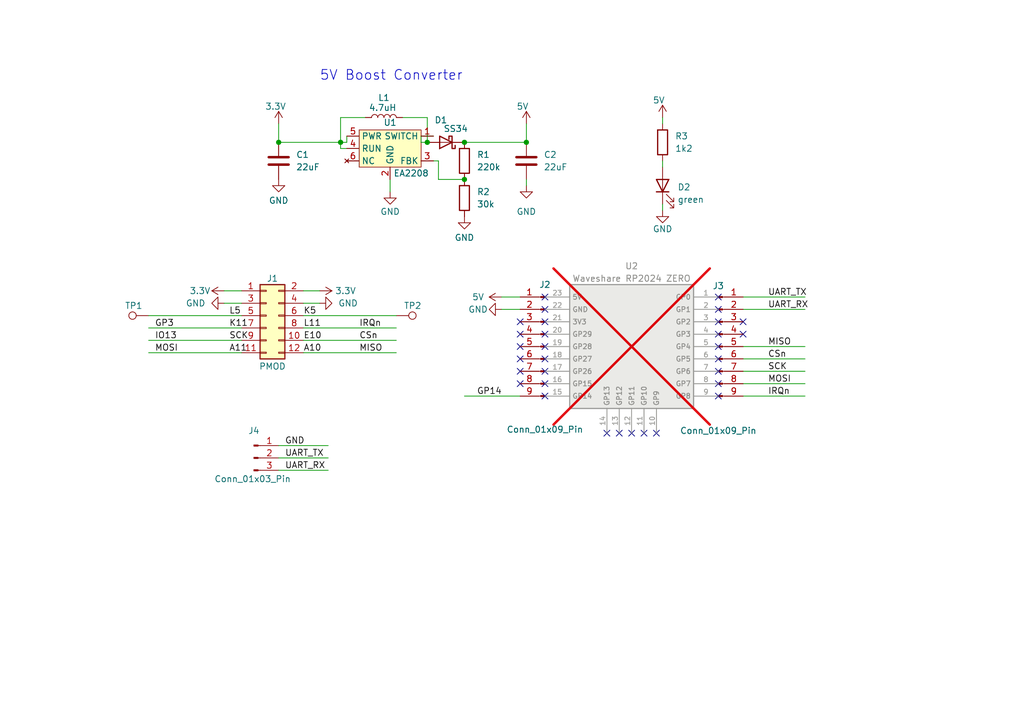
<source format=kicad_sch>
(kicad_sch (version 20231120) (generator "eeschema") (generator_version "8.0")
  (paper "A5")
  (title_block (title "Waveshare RP2040 ZERO PMOD") (date "2025-03-12") (rev "V1.0"))
  (lib_symbols
    (symbol "Connector:Conn_01x03_Pin" (pin_names (offset 1.016) hide)
      (property "Reference" "J" (at 0 5.08 0))
      (property "Value" "Conn_01x03_Pin" (at 0 -5.08 0))
      (symbol "Conn_01x03_Pin_1_1"
        (polyline (pts (xy 1.27 -2.54) (xy 0.8636 -2.54)) (stroke (width 0.1524)))
        (polyline (pts (xy 1.27 0) (xy 0.8636 0)) (stroke (width 0.1524)))
        (polyline (pts (xy 1.27 2.54) (xy 0.8636 2.54)) (stroke (width 0.1524)))
        (rectangle (start 0.8636 -2.413) (end 0 -2.667) (stroke (width 0.1524)) (fill (type outline)))
        (rectangle (start 0.8636 0.127) (end 0 -0.127) (stroke (width 0.1524)) (fill (type outline)))
        (rectangle (start 0.8636 2.667) (end 0 2.413) (stroke (width 0.1524)) (fill (type outline)))
        (pin passive line (at 5.08 2.54 180) (length 3.81) (name "Pin_1") (number "1"))
        (pin passive line (at 5.08 0 180) (length 3.81) (name "Pin_2") (number "2"))
        (pin passive line (at 5.08 -2.54 180) (length 3.81) (name "Pin_3") (number "3"))
      )
    )
    (symbol "Connector:Conn_01x09_Pin" (pin_names (offset 1.016) hide)
      (property "Reference" "J" (at 0 12.7 0))
      (property "Value" "Conn_01x09_Pin" (at 0 -12.7 0))
      (symbol "Conn_01x09_Pin_1_1"
        (polyline (pts (xy 1.27 -10.16) (xy 0.8636 -10.16)) (stroke (width 0.1524)))
        (polyline (pts (xy 1.27 -7.62) (xy 0.8636 -7.62)) (stroke (width 0.1524)))
        (polyline (pts (xy 1.27 -5.08) (xy 0.8636 -5.08)) (stroke (width 0.1524)))
        (polyline (pts (xy 1.27 -2.54) (xy 0.8636 -2.54)) (stroke (width 0.1524)))
        (polyline (pts (xy 1.27 0) (xy 0.8636 0)) (stroke (width 0.1524)))
        (polyline (pts (xy 1.27 2.54) (xy 0.8636 2.54)) (stroke (width 0.1524)))
        (polyline (pts (xy 1.27 5.08) (xy 0.8636 5.08)) (stroke (width 0.1524)))
        (polyline (pts (xy 1.27 7.62) (xy 0.8636 7.62)) (stroke (width 0.1524)))
        (polyline (pts (xy 1.27 10.16) (xy 0.8636 10.16)) (stroke (width 0.1524)))
        (rectangle (start 0.8636 -10.033) (end 0 -10.287) (stroke (width 0.1524)) (fill (type outline)))
        (rectangle (start 0.8636 -7.493) (end 0 -7.747) (stroke (width 0.1524)) (fill (type outline)))
        (rectangle (start 0.8636 -4.953) (end 0 -5.207) (stroke (width 0.1524)) (fill (type outline)))
        (rectangle (start 0.8636 -2.413) (end 0 -2.667) (stroke (width 0.1524)) (fill (type outline)))
        (rectangle (start 0.8636 0.127) (end 0 -0.127) (stroke (width 0.1524)) (fill (type outline)))
        (rectangle (start 0.8636 2.667) (end 0 2.413) (stroke (width 0.1524)) (fill (type outline)))
        (rectangle (start 0.8636 5.207) (end 0 4.953) (stroke (width 0.1524)) (fill (type outline)))
        (rectangle (start 0.8636 7.747) (end 0 7.493) (stroke (width 0.1524)) (fill (type outline)))
        (rectangle (start 0.8636 10.287) (end 0 10.033) (stroke (width 0.1524)) (fill (type outline)))
        (pin passive line (at 5.08 10.16 180) (length 3.81) (name "Pin_1") (number "1"))
        (pin passive line (at 5.08 7.62 180) (length 3.81) (name "Pin_2") (number "2"))
        (pin passive line (at 5.08 5.08 180) (length 3.81) (name "Pin_3") (number "3"))
        (pin passive line (at 5.08 2.54 180) (length 3.81) (name "Pin_4") (number "4"))
        (pin passive line (at 5.08 0 180) (length 3.81) (name "Pin_5") (number "5"))
        (pin passive line (at 5.08 -2.54 180) (length 3.81) (name "Pin_6") (number "6"))
        (pin passive line (at 5.08 -5.08 180) (length 3.81) (name "Pin_7") (number "7"))
        (pin passive line (at 5.08 -7.62 180) (length 3.81) (name "Pin_8") (number "8"))
        (pin passive line (at 5.08 -10.16 180) (length 3.81) (name "Pin_9") (number "9"))
      )
    )
    (symbol "Connector:TestPoint" (pin_numbers hide) (pin_names (offset 0.762) hide)
      (property "Reference" "TP" (at 0 6.858 0))
      (property "Value" "TestPoint" (at 0 5.08 0))
      (symbol "TestPoint_0_1"
        (circle (center 0 3.302) (radius 0.762))
      )
      (symbol "TestPoint_1_1"
        (pin passive line (at 0 0 90) (length 2.54) (name "1") (number "1"))
      )
    )
    (symbol "Connector_Generic:Conn_02x06_Odd_Even" (pin_names (offset 1.016) hide)
      (property "Reference" "J" (at 1.27 7.62 0))
      (property "Value" "Conn_02x06_Odd_Even" (at 1.27 -10.16 0))
      (symbol "Conn_02x06_Odd_Even_1_1"
        (rectangle (start -1.27 -7.493) (end 0 -7.747) (stroke (width 0.1524)))
        (rectangle (start -1.27 -4.953) (end 0 -5.207) (stroke (width 0.1524)))
        (rectangle (start -1.27 -2.413) (end 0 -2.667) (stroke (width 0.1524)))
        (rectangle (start -1.27 0.127) (end 0 -0.127) (stroke (width 0.1524)))
        (rectangle (start -1.27 2.667) (end 0 2.413) (stroke (width 0.1524)))
        (rectangle (start -1.27 5.207) (end 0 4.953) (stroke (width 0.1524)))
        (rectangle (start -1.27 6.35) (end 3.81 -8.89) (stroke (width 0.254)) (fill (type background)))
        (rectangle (start 3.81 -7.493) (end 2.54 -7.747) (stroke (width 0.1524)))
        (rectangle (start 3.81 -4.953) (end 2.54 -5.207) (stroke (width 0.1524)))
        (rectangle (start 3.81 -2.413) (end 2.54 -2.667) (stroke (width 0.1524)))
        (rectangle (start 3.81 0.127) (end 2.54 -0.127) (stroke (width 0.1524)))
        (rectangle (start 3.81 2.667) (end 2.54 2.413) (stroke (width 0.1524)))
        (rectangle (start 3.81 5.207) (end 2.54 4.953) (stroke (width 0.1524)))
        (pin passive line (at -5.08 5.08 0) (length 3.81) (name "Pin_1") (number "1"))
        (pin passive line (at 7.62 -5.08 180) (length 3.81) (name "Pin_10") (number "10"))
        (pin passive line (at -5.08 -7.62 0) (length 3.81) (name "Pin_11") (number "11"))
        (pin passive line (at 7.62 -7.62 180) (length 3.81) (name "Pin_12") (number "12"))
        (pin passive line (at 7.62 5.08 180) (length 3.81) (name "Pin_2") (number "2"))
        (pin passive line (at -5.08 2.54 0) (length 3.81) (name "Pin_3") (number "3"))
        (pin passive line (at 7.62 2.54 180) (length 3.81) (name "Pin_4") (number "4"))
        (pin passive line (at -5.08 0 0) (length 3.81) (name "Pin_5") (number "5"))
        (pin passive line (at 7.62 0 180) (length 3.81) (name "Pin_6") (number "6"))
        (pin passive line (at -5.08 -2.54 0) (length 3.81) (name "Pin_7") (number "7"))
        (pin passive line (at 7.62 -2.54 180) (length 3.81) (name "Pin_8") (number "8"))
        (pin passive line (at -5.08 -5.08 0) (length 3.81) (name "Pin_9") (number "9"))
      )
    )
    (symbol "Device:C" (pin_numbers hide) (pin_names (offset 0.254))
      (property "Reference" "C" (at 0.635 2.54 0))
      (property "Value" "C" (at 0.635 -2.54 0))
      (symbol "C_0_1"
        (polyline (pts (xy -2.032 -0.762) (xy 2.032 -0.762)) (stroke (width 0.508)))
        (polyline (pts (xy -2.032 0.762) (xy 2.032 0.762)) (stroke (width 0.508)))
      )
      (symbol "C_1_1"
        (pin passive line (at 0 3.81 270) (length 2.794) (name "~") (number "1"))
        (pin passive line (at 0 -3.81 90) (length 2.794) (name "~") (number "2"))
      )
    )
    (symbol "Device:L" (pin_numbers hide) (pin_names (offset 1.016) hide)
      (property "Reference" "L" (at -1.27 0 90))
      (property "Value" "L" (at 1.905 0 90))
      (symbol "L_0_1"
        (arc (start 0 -2.54) (mid 0.6323 -1.905) (end 0 -1.27))
        (arc (start 0 -1.27) (mid 0.6323 -0.635) (end 0 0))
        (arc (start 0 0) (mid 0.6323 0.635) (end 0 1.27))
        (arc (start 0 1.27) (mid 0.6323 1.905) (end 0 2.54))
      )
      (symbol "L_1_1"
        (pin passive line (at 0 3.81 270) (length 1.27) (name "1") (number "1"))
        (pin passive line (at 0 -3.81 90) (length 1.27) (name "2") (number "2"))
      )
    )
    (symbol "Device:LED" (pin_numbers hide) (pin_names (offset 1.016) hide)
      (property "Reference" "D" (at 0 2.54 0))
      (property "Value" "LED" (at 0 -2.54 0))
      (symbol "LED_0_1"
        (polyline (pts (xy -1.27 -1.27) (xy -1.27 1.27)) (stroke (width 0.254)))
        (polyline (pts (xy -1.27 0) (xy 1.27 0)))
        (polyline (pts (xy 1.27 -1.27) (xy 1.27 1.27) (xy -1.27 0) (xy 1.27 -1.27)) (stroke (width 0.254)))
        (polyline (pts (xy -3.048 -0.762) (xy -4.572 -2.286) (xy -3.81 -2.286) (xy -4.572 -2.286) (xy -4.572 -1.524)))
        (polyline (pts (xy -1.778 -0.762) (xy -3.302 -2.286) (xy -2.54 -2.286) (xy -3.302 -2.286) (xy -3.302 -1.524)))
      )
      (symbol "LED_1_1"
        (pin passive line (at -3.81 0 0) (length 2.54) (name "K") (number "1"))
        (pin passive line (at 3.81 0 180) (length 2.54) (name "A") (number "2"))
      )
    )
    (symbol "Device:R" (pin_numbers hide) (pin_names (offset 0))
      (property "Reference" "R" (at 2.032 0 90))
      (property "Value" "R" (at 0 0 90))
      (symbol "R_0_1"
        (rectangle (start -1.016 -2.54) (end 1.016 2.54) (stroke (width 0.254)))
      )
      (symbol "R_1_1"
        (pin passive line (at 0 3.81 270) (length 1.27) (name "~") (number "1"))
        (pin passive line (at 0 -3.81 90) (length 1.27) (name "~") (number "2"))
      )
    )
    (symbol "Diode:MBRA340" (pin_numbers hide) (pin_names hide)
      (property "Reference" "D" (at 0 2.54 0))
      (property "Value" "MBRA340" (at 0 -2.54 0))
      (symbol "MBRA340_0_1"
        (polyline (pts (xy 1.27 0) (xy -1.27 0)))
        (polyline (pts (xy 1.27 1.27) (xy 1.27 -1.27) (xy -1.27 0) (xy 1.27 1.27)) (stroke (width 0.254)))
        (polyline (pts (xy -1.905 0.635) (xy -1.905 1.27) (xy -1.27 1.27) (xy -1.27 -1.27) (xy -0.635 -1.27) (xy -0.635 -0.635)) (stroke (width 0.254)))
      )
      (symbol "MBRA340_1_1"
        (pin passive line (at -3.81 0 0) (length 2.54) (name "K") (number "1"))
        (pin passive line (at 3.81 0 180) (length 2.54) (name "A") (number "2"))
      )
    )
    (symbol "pizero_pmod:EA2208"
      (property "Reference" "U" (at 0 5.08 0))
      (symbol "EA2208_1_1"
        (rectangle (start -6.35 3.81) (end 6.35 -3.81) (fill (type background)))
        (pin power_out line (at 8.89 2.54 180) (length 2.54) (name "SWITCH") (number "1"))
        (pin power_in line (at 0 -6.35 90) (length 2.54) (name "GND") (number "2"))
        (pin input line (at 8.89 -2.54 180) (length 2.54) (name "FBK") (number "3"))
        (pin input line (at -8.89 0 0) (length 2.54) (name "RUN") (number "4"))
        (pin power_in line (at -8.89 2.54 0) (length 2.54) (name "PWR") (number "5"))
        (pin no_connect line (at -8.89 -2.54 0) (length 2.54) (name "NC") (number "6"))
      )
    )
    (symbol "pizero_pmod:Waveshare-RP2040-ZERO"
      (property "Reference" "U" (at 0 14.224 0))
      (symbol "Waveshare-RP2040-ZERO_0_0"
        (rectangle (start -12.7 12.7) (end 12.7 -12.7) (stroke (width 0.254)) (fill (type background)))
        (pin bidirectional line (at 17.78 10.16 180) (length 5.08) (name "GP0") (number "1"))
        (pin bidirectional line (at 5.08 -17.78 90) (length 5.08) (name "GP9") (number "10"))
        (pin bidirectional line (at 2.54 -17.78 90) (length 5.08) (name "GP10") (number "11"))
        (pin bidirectional line (at 0 -17.78 90) (length 5.08) (name "GP11") (number "12"))
        (pin bidirectional line (at -2.54 -17.78 90) (length 5.08) (name "GP12") (number "13"))
        (pin bidirectional line (at -5.08 -17.78 90) (length 5.08) (name "GP13") (number "14"))
        (pin bidirectional line (at -17.78 -10.16 0) (length 5.08) (name "GP14") (number "15"))
        (pin bidirectional line (at -17.78 -7.62 0) (length 5.08) (name "GP15") (number "16"))
        (pin bidirectional line (at -17.78 -5.08 0) (length 5.08) (name "GP26") (number "17"))
        (pin bidirectional line (at -17.78 -2.54 0) (length 5.08) (name "GP27") (number "18"))
        (pin bidirectional line (at -17.78 0 0) (length 5.08) (name "GP28") (number "19"))
        (pin bidirectional line (at 17.78 7.62 180) (length 5.08) (name "GP1") (number "2"))
        (pin bidirectional line (at -17.78 2.54 0) (length 5.08) (name "GP29") (number "20"))
        (pin power_in line (at -17.78 5.08 0) (length 5.08) (name "3V3") (number "21"))
        (pin power_in line (at -17.78 7.62 0) (length 5.08) (name "GND") (number "22"))
        (pin power_in line (at -17.78 10.16 0) (length 5.08) (name "5V") (number "23"))
        (pin bidirectional line (at 17.78 5.08 180) (length 5.08) (name "GP2") (number "3"))
        (pin bidirectional line (at 17.78 2.54 180) (length 5.08) (name "GP3") (number "4"))
        (pin bidirectional line (at 17.78 0 180) (length 5.08) (name "GP4") (number "5"))
        (pin bidirectional line (at 17.78 -2.54 180) (length 5.08) (name "GP5") (number "6"))
        (pin bidirectional line (at 17.78 -5.08 180) (length 5.08) (name "GP6") (number "7"))
        (pin bidirectional line (at 17.78 -7.62 180) (length 5.08) (name "GP7") (number "8"))
        (pin bidirectional line (at 17.78 -10.16 180) (length 5.08) (name "GP8") (number "9"))
      )
    )
    (symbol "power:+3.3V" (power) (pin_names (offset 0))
      (property "Value" "+3.3V" (at 0 3.556 0))
      (symbol "+3.3V_0_1"
        (polyline (pts (xy -0.762 1.27) (xy 0 2.54)))
        (polyline (pts (xy 0 0) (xy 0 2.54)))
        (polyline (pts (xy 0 2.54) (xy 0.762 1.27)))
      )
      (symbol "+3.3V_1_1"
        (pin power_in line (at 0 0 90) (length 0) hide (name "+3.3V") (number "1"))
      )
    )
    (symbol "power:+5V" (power) (pin_names (offset 0))
      (property "Value" "+5V" (at 0 3.556 0))
      (symbol "+5V_0_1"
        (polyline (pts (xy -0.762 1.27) (xy 0 2.54)))
        (polyline (pts (xy 0 0) (xy 0 2.54)))
        (polyline (pts (xy 0 2.54) (xy 0.762 1.27)))
      )
      (symbol "+5V_1_1"
        (pin power_in line (at 0 0 90) (length 0) hide (name "+5V") (number "1"))
      )
    )
    (symbol "power:GND" (power) (pin_names (offset 0))
      (property "Value" "GND" (at 0 -3.81 0))
      (symbol "GND_0_1"
        (polyline (pts (xy 0 0) (xy 0 -1.27) (xy 1.27 -1.27) (xy 0 -2.54) (xy -1.27 -1.27) (xy 0 -1.27)))
      )
      (symbol "GND_1_1"
        (pin power_in line (at 0 0 270) (length 0) hide (name "GND") (number "1"))
      )
    )
  )
  (junction (at 95.25 36.83))
  (junction (at 57.15 29.21))
  (junction (at 95.25 29.21))
  (junction (at 69.85 29.21))
  (junction (at 107.95 29.21))
  (junction (at 87.63 29.21))
  (no_connect (at 111.76 73.66))
  (no_connect (at 106.68 68.58))
  (no_connect (at 106.68 71.12))
  (no_connect (at 147.32 78.74))
  (no_connect (at 111.76 78.74))
  (no_connect (at 134.62 88.9))
  (no_connect (at 147.32 63.5))
  (no_connect (at 111.76 66.04))
  (no_connect (at 147.32 76.2))
  (no_connect (at 127 88.9))
  (no_connect (at 111.76 63.5))
  (no_connect (at 124.46 88.9))
  (no_connect (at 147.32 71.12))
  (no_connect (at 147.32 66.04))
  (no_connect (at 152.4 68.58))
  (no_connect (at 147.32 68.58))
  (no_connect (at 147.32 73.66))
  (no_connect (at 111.76 81.28))
  (no_connect (at 129.54 88.9))
  (no_connect (at 152.4 66.04))
  (no_connect (at 111.76 71.12))
  (no_connect (at 111.76 68.58))
  (no_connect (at 132.08 88.9))
  (no_connect (at 147.32 81.28))
  (no_connect (at 111.76 60.96))
  (no_connect (at 106.68 78.74))
  (no_connect (at 147.32 60.96))
  (no_connect (at 106.68 66.04))
  (no_connect (at 111.76 76.2))
  (no_connect (at 106.68 76.2))
  (no_connect (at 106.68 73.66))
  (wire (pts (xy 152.4 78.74) (xy 165.1 78.74)))
  (wire (pts (xy 71.12 27.94) (xy 71.12 29.21)))
  (wire (pts (xy 62.23 67.31) (xy 81.28 67.31)))
  (wire (pts (xy 152.4 71.12) (xy 165.1 71.12)))
  (wire (pts (xy 152.4 63.5) (xy 165.1 63.5)))
  (wire (pts (xy 71.12 29.21) (xy 69.85 29.21)))
  (wire (pts (xy 45.974 62.23) (xy 49.53 62.23)))
  (wire (pts (xy 95.25 29.21) (xy 107.95 29.21)))
  (wire (pts (xy 152.4 76.2) (xy 165.1 76.2)))
  (wire (pts (xy 57.15 25.4) (xy 57.15 29.21)))
  (wire (pts (xy 135.89 25.4) (xy 135.89 24.13)))
  (wire (pts (xy 152.4 81.28) (xy 165.1 81.28)))
  (wire (pts (xy 62.23 64.77) (xy 81.28 64.77)))
  (wire (pts (xy 30.48 72.39) (xy 49.53 72.39)))
  (wire (pts (xy 80.01 36.83) (xy 80.01 39.37)))
  (wire (pts (xy 57.15 29.21) (xy 69.85 29.21)))
  (wire (pts (xy 88.9 27.94) (xy 86.36 27.94)))
  (wire (pts (xy 71.12 30.48) (xy 69.85 30.48)))
  (wire (pts (xy 95.25 81.28) (xy 106.68 81.28)))
  (wire (pts (xy 69.85 30.48) (xy 69.85 29.21)))
  (wire (pts (xy 86.36 29.21) (xy 87.63 29.21)))
  (wire (pts (xy 65.532 62.23) (xy 62.23 62.23)))
  (wire (pts (xy 57.15 93.98) (xy 67.31 93.98)))
  (wire (pts (xy 102.87 63.5) (xy 106.68 63.5)))
  (wire (pts (xy 107.95 25.4) (xy 107.95 29.21)))
  (wire (pts (xy 135.89 41.91) (xy 135.89 43.18)))
  (wire (pts (xy 57.15 96.52) (xy 67.31 96.52)))
  (wire (pts (xy 89.916 36.83) (xy 95.25 36.83)))
  (wire (pts (xy 62.23 69.85) (xy 81.28 69.85)))
  (wire (pts (xy 102.87 60.96) (xy 106.68 60.96)))
  (wire (pts (xy 30.48 69.85) (xy 49.53 69.85)))
  (wire (pts (xy 82.55 24.13) (xy 87.63 24.13)))
  (wire (pts (xy 69.85 24.13) (xy 69.85 29.21)))
  (wire (pts (xy 152.4 73.66) (xy 165.1 73.66)))
  (wire (pts (xy 152.4 60.96) (xy 165.1 60.96)))
  (wire (pts (xy 89.916 33.02) (xy 89.916 36.83)))
  (wire (pts (xy 107.95 38.1) (xy 107.95 36.83)))
  (wire (pts (xy 30.48 67.31) (xy 49.53 67.31)))
  (wire (pts (xy 65.532 59.69) (xy 62.23 59.69)))
  (wire (pts (xy 57.15 91.44) (xy 67.31 91.44)))
  (wire (pts (xy 87.63 24.13) (xy 87.63 29.21)))
  (wire (pts (xy 30.48 64.77) (xy 49.53 64.77)))
  (wire (pts (xy 88.9 33.02) (xy 89.916 33.02)))
  (wire (pts (xy 45.974 59.69) (xy 49.53 59.69)))
  (wire (pts (xy 74.93 24.13) (xy 69.85 24.13)))
  (wire (pts (xy 62.23 72.39) (xy 81.28 72.39)))
  (wire (pts (xy 86.36 27.94) (xy 86.36 29.21)))
  (wire (pts (xy 135.89 33.02) (xy 135.89 34.29)))
  (text "5V Boost Converter\n" (at 65.532 16.764 0) (effects (font (size 2 2)) (justify left bottom)))
  (label "IRQn" (at 73.66 67.31 0))
  (label "UART_RX" (at 157.48 63.5 0))
  (label "MOSI" (at 31.75 72.39 0))
  (label "A11" (at 46.99 72.39 0))
  (label "SCK" (at 46.99 69.85 0))
  (label "IRQn" (at 157.48 81.28 0))
  (label "L5" (at 46.99 64.77 0))
  (label "MOSI" (at 157.48 78.74 0))
  (label "K5" (at 62.23 64.77 0))
  (label "SCK" (at 157.48 76.2 0))
  (label "UART_TX" (at 157.48 60.96 0))
  (label "A10" (at 62.23 72.39 0))
  (label "MISO" (at 157.48 71.12 0))
  (label "GND" (at 58.42 91.44 0))
  (label "GP3" (at 31.75 67.31 0))
  (label "L11" (at 62.23 67.31 0))
  (label "CSn" (at 157.48 73.66 0))
  (label "K11" (at 46.99 67.31 0))
  (label "MISO" (at 73.66 72.39 0))
  (label "CSn" (at 73.66 69.85 0))
  (label "E10" (at 62.23 69.85 0))
  (label "UART_TX" (at 58.42 93.98 0))
  (label "GP14" (at 97.79 81.28 0))
  (label "UART_RX" (at 58.42 96.52 0))
  (label "IO13" (at 31.75 69.85 0))
  (symbol (lib_id "power:+3.3V") (at 57.15 25.4 0) (unit 1)
    (property "Reference" "#PWR011" (effects (hide yes)))
    (property "Value" "3.3V" (at 54.356 21.844 0) (effects (justify left)))
  )
  (symbol (lib_id "Connector_Generic:Conn_02x06_Odd_Even") (at 54.61 64.77 0) (unit 1)
    (property "Reference" "J1" (at 55.88 57.15 0))
    (property "Value" "PMOD" (at 55.88 75.184 0))
    (property "Footprint" "Connector_PinHeader_2.54mm:PinHeader_2x06_P2.54mm_Horizontal" (effects (hide yes)))
    (property "JLCPCB Position Offset" "-6.35,-1.5" (effects (hide yes)))
    (property "JLCPCB Rotation Offset" "90" (effects (hide yes)))
    (property "LCSC Part #" "C60565" (effects (hide yes)))
    (property "Comment" "2x06, P2.54mm" (effects (hide yes)))
  )
  (symbol (lib_id "Connector:Conn_01x09_Pin") (at 147.32 71.12 0) (unit 1)
    (property "Reference" "J3" (at 147.32 58.674 0))
    (property "Value" "Conn_01x09_Pin" (at 147.32 88.392 0))
    (property "Footprint" "pizero_pmod:PinHeader_1x09_P2.54mm_Vertical" (effects (hide yes)))
    (property "Description" "Generic connector, single row, 01x09, script generated" (effects (hide yes)))
    (property "LCSC Part #" "C2932701" (effects (hide yes)))
    (property "Comment" "1x09, P2.54mm" (effects (hide yes)))
  )
  (symbol (lib_id "Diode:MBRA340") (at 91.44 29.21 180) (unit 1)
    (property "Reference" "D1" (at 90.424 24.638 0))
    (property "Value" "SS34" (at 93.472 26.416 0))
    (property "Footprint" "Diode_SMD:D_SMA" (effects (hide yes)))
    (property "Datasheet" "https://www.onsemi.com/pub/Collateral/MBRA340T3-D.PDF" (effects (hide yes)))
    (property "LCSC Part #" "C8678" (effects (hide yes)))
    (property "Comment" "SMA" (effects (hide yes)))
  )
  (symbol (lib_id "Connector:TestPoint") (at 30.48 64.77 90) (unit 1) (in_bom no)
    (property "Reference" "TP1" (at 27.432 62.738 90))
    (property "Value" "TestPoint" (effects (hide yes)))
    (property "Footprint" "TestPoint:TestPoint_Pad_D1.5mm" (effects (hide yes)))
    (property "Description" "test point" (effects (hide yes)))
  )
  (symbol (lib_id "power:+3.3V") (at 45.974 59.69 90) (unit 1)
    (property "Reference" "#PWR07" (effects (hide yes)))
    (property "Value" "3.3V" (at 38.862 59.69 90) (effects (justify right)))
  )
  (symbol (lib_id "power:GND") (at 45.974 62.23 270) (unit 1)
    (property "Reference" "#PWR05" (effects (hide yes)))
    (property "Value" "GND" (at 42.164 62.23 90) (effects (justify right)))
  )
  (symbol (lib_id "power:GND") (at 102.87 63.5 270) (unit 1)
    (property "Reference" "#PWR04" (effects (hide yes)))
    (property "Value" "GND" (at 98.044 63.5 90))
  )
  (symbol (lib_id "power:GND") (at 57.15 36.83 0) (unit 1)
    (property "Reference" "#PWR012" (effects (hide yes)))
    (property "Value" "GND" (at 57.15 41.148 0))
  )
  (symbol (lib_id "Device:L") (at 78.74 24.13 90) (unit 1)
    (property "Reference" "L1" (at 78.74 20.066 90))
    (property "Value" "4.7uH" (at 78.486 22.098 90))
    (property "Footprint" "Inductor_SMD:L_6.3x6.3_H3" (effects (hide yes)))
    (property "LCSC Part #" "C142106" (effects (hide yes)))
    (property "Comment" "SMD 6.3x6.3 mm" (effects (hide yes)))
  )
  (symbol (lib_id "power:+5V") (at 102.87 60.96 90) (unit 1)
    (property "Reference" "#PWR02" (effects (hide yes)))
    (property "Value" "5V" (at 99.314 60.96 90) (effects (justify left)))
  )
  (symbol (lib_id "Connector:TestPoint") (at 81.28 64.77 270) (unit 1) (in_bom no)
    (property "Reference" "TP2" (at 82.804 62.738 90) (effects (justify left)))
    (property "Value" "TestPoint" (effects (hide yes)))
    (property "Footprint" "TestPoint:TestPoint_Pad_D1.5mm" (effects (hide yes)))
    (property "Description" "test point" (effects (hide yes)))
  )
  (symbol (lib_id "Device:C") (at 57.15 33.02 0) (unit 1)
    (property "Reference" "C1" (at 60.706 31.75 0) (effects (justify left)))
    (property "Value" "22uF" (at 60.706 34.29 0) (effects (justify left)))
    (property "Footprint" "Capacitor_SMD:C_1206_3216Metric" (effects (hide yes)))
    (property "LCSC Part #" "C12891" (effects (hide yes)))
    (property "Comment" "1206" (effects (hide yes)))
  )
  (symbol (lib_id "power:GND") (at 107.95 38.1 0) (unit 1)
    (property "Reference" "#PWR013" (effects (hide yes)))
    (property "Value" "GND" (at 107.95 43.434 0))
  )
  (symbol (lib_id "Device:LED") (at 135.89 38.1 90) (unit 1)
    (property "Reference" "D2" (at 138.938 38.4175 90) (effects (justify right)))
    (property "Value" "green" (at 138.938 40.9575 90) (effects (justify right)))
    (property "Footprint" "LED_SMD:LED_0805_2012Metric" (effects (hide yes)))
    (property "LCSC Part #" "C2297" (effects (hide yes)))
    (property "Comment" "0805" (effects (hide yes)))
  )
  (symbol (lib_id "power:GND") (at 135.89 43.18 0) (unit 1)
    (property "Reference" "#PWR014" (effects (hide yes)))
    (property "Value" "GND" (at 135.89 46.99 0))
  )
  (symbol (lib_id "Connector:Conn_01x03_Pin") (at 52.07 93.98 0) (unit 1)
    (property "Reference" "J4" (at 52.07 88.392 0))
    (property "Value" "Conn_01x03_Pin" (at 51.816 98.298 0))
    (property "Footprint" "Connector_PinHeader_2.54mm:PinHeader_1x03_P2.54mm_Vertical" (effects (hide yes)))
    (property "Description" "Generic connector, single row, 01x03, script generated" (effects (hide yes)))
    (property "LCSC Part #" "C2932698" (effects (hide yes)))
    (property "Comment" "1x03, P2.54mm" (effects (hide yes)))
  )
  (symbol (lib_id "Device:R") (at 95.25 33.02 0) (unit 1)
    (property "Reference" "R1" (at 97.79 31.7499 0) (effects (justify left)))
    (property "Value" "220k" (at 97.79 34.2899 0) (effects (justify left)))
    (property "Footprint" "Resistor_SMD:R_0805_2012Metric" (effects (hide yes)))
    (property "LCSC Part #" "C17556" (effects (hide yes)))
    (property "Comment" "0805" (effects (hide yes)))
  )
  (symbol (lib_id "Device:R") (at 135.89 29.21 0) (unit 1)
    (property "Reference" "R3" (at 138.43 27.9399 0) (effects (justify left)))
    (property "Value" "1k2" (at 138.43 30.4799 0) (effects (justify left)))
    (property "Footprint" "Resistor_SMD:R_0805_2012Metric" (effects (hide yes)))
    (property "LCSC Part #" "C17379" (effects (hide yes)))
    (property "Comment" "0805" (effects (hide yes)))
  )
  (symbol (lib_id "Device:R") (at 95.25 40.64 0) (unit 1)
    (property "Reference" "R2" (at 97.79 39.3699 0) (effects (justify left)))
    (property "Value" "30k" (at 97.79 41.9099 0) (effects (justify left)))
    (property "Footprint" "Resistor_SMD:R_0805_2012Metric" (effects (hide yes)))
    (property "LCSC Part #" "C17621" (effects (hide yes)))
    (property "Comment" "0805" (effects (hide yes)))
  )
  (symbol (lib_id "pizero_pmod:EA2208") (at 80.01 30.48 0) (unit 1)
    (property "Reference" "U1" (at 80.01 25.146 0))
    (property "Value" "EA2208" (at 84.328 35.56 0))
    (property "Footprint" "Package_TO_SOT_SMD:SOT-23-6" (effects (hide yes)))
    (property "Description" "EA2208" (effects (hide yes)))
    (property "LCSC Part #" "C22462489" (effects (hide yes)))
    (property "Comment" "SOT-23-6" (effects (hide yes)))
  )
  (symbol (lib_id "power:+3.3V") (at 65.532 59.69 270) (unit 1)
    (property "Reference" "#PWR03" (effects (hide yes)))
    (property "Value" "3.3V" (at 68.707 59.69 90) (effects (justify left)))
  )
  (symbol (lib_id "Connector:Conn_01x09_Pin") (at 111.76 71.12 0) (mirror y) (unit 1)
    (property "Reference" "J2" (at 111.76 58.42 0))
    (property "Value" "Conn_01x09_Pin" (at 111.76 88.138 0))
    (property "Footprint" "pizero_pmod:PinHeader_1x09_P2.54mm_Vertical" (effects (hide yes)))
    (property "Description" "Generic connector, single row, 01x09, script generated" (effects (hide yes)))
    (property "LCSC Part #" "C2932701" (effects (hide yes)))
    (property "Comment" "1x09, P2.54mm" (effects (hide yes)))
  )
  (symbol (lib_id "power:GND") (at 65.532 62.23 90) (unit 1)
    (property "Reference" "#PWR06" (effects (hide yes)))
    (property "Value" "GND" (at 69.342 62.23 90) (effects (justify right)))
  )
  (symbol (lib_id "power:+5V") (at 107.95 25.4 0) (unit 1)
    (property "Reference" "#PWR010" (effects (hide yes)))
    (property "Value" "5V" (at 105.918 21.844 0) (effects (justify left)))
  )
  (symbol (lib_id "power:GND") (at 95.25 44.45 0) (unit 1)
    (property "Reference" "#PWR09" (effects (hide yes)))
    (property "Value" "GND" (at 95.25 48.768 0))
  )
  (symbol (lib_id "power:GND") (at 80.01 39.37 0) (unit 1)
    (property "Reference" "#PWR08" (effects (hide yes)))
    (property "Value" "GND" (at 80.01 43.434 0))
  )
  (symbol (lib_id "Device:C") (at 107.95 33.02 0) (unit 1)
    (property "Reference" "C2" (at 111.506 31.75 0) (effects (justify left)))
    (property "Value" "22uF" (at 111.506 34.29 0) (effects (justify left)))
    (property "Footprint" "Capacitor_SMD:C_1206_3216Metric" (effects (hide yes)))
    (property "LCSC Part #" "C12891" (effects (hide yes)))
    (property "Comment" "1206" (effects (hide yes)))
  )
  (symbol (lib_id "power:+5V") (at 135.89 24.13 0) (unit 1)
    (property "Reference" "#PWR015" (effects (hide yes)))
    (property "Value" "5V" (at 133.858 20.574 0) (effects (justify left)))
  )
  (symbol (lib_id "pizero_pmod:Waveshare-RP2040-ZERO") (at 129.54 71.12 0) (unit 1) (in_bom no) (on_board no) (dnp yes)
    (property "Reference" "U2" (at 129.54 54.61 0))
    (property "Value" "Waveshare RP2024 ZERO" (at 129.54 57.15 0))
    (property "Footprint" "pizero_pmod:Waveshare-RP2040-ZERO" (effects (hide yes)))
  )
)
</source>
